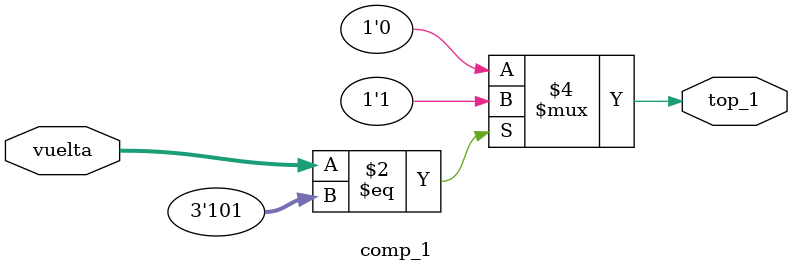
<source format=v>
`timescale 1ns / 1ps
module comp_1 (vuelta, top_1);
	input [2:0]	vuelta;
	output reg top_1;

    always @(vuelta) begin
		if (vuelta==3'b101) top_1 <= 1'b1;//para camb top vueltas
		else top_1 <= 1'b0;
	end
endmodule

</source>
